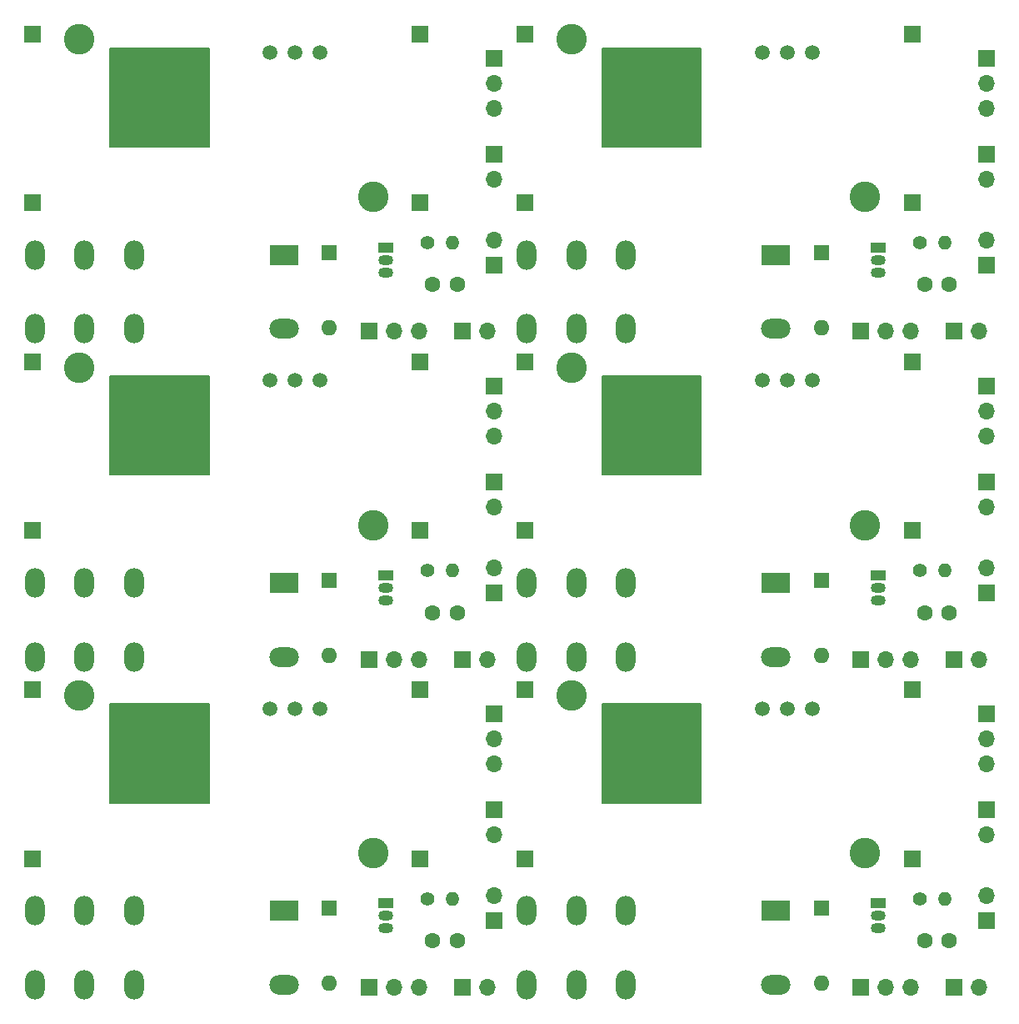
<source format=gbr>
%TF.GenerationSoftware,KiCad,Pcbnew,(6.0.1)*%
%TF.CreationDate,2022-02-17T17:48:38+01:00*%
%TF.ProjectId,365modPanel,3336356d-6f64-4506-916e-656c2e6b6963,rev?*%
%TF.SameCoordinates,Original*%
%TF.FileFunction,Soldermask,Top*%
%TF.FilePolarity,Negative*%
%FSLAX46Y46*%
G04 Gerber Fmt 4.6, Leading zero omitted, Abs format (unit mm)*
G04 Created by KiCad (PCBNEW (6.0.1)) date 2022-02-17 17:48:38*
%MOMM*%
%LPD*%
G01*
G04 APERTURE LIST*
%ADD10C,0.200000*%
%ADD11O,2.000000X3.000000*%
%ADD12R,3.000000X2.000000*%
%ADD13O,3.000000X2.000000*%
%ADD14R,1.700000X1.700000*%
%ADD15O,1.700000X1.700000*%
%ADD16R,1.600000X1.600000*%
%ADD17O,1.600000X1.600000*%
%ADD18C,1.500000*%
%ADD19C,3.100000*%
%ADD20C,1.400000*%
%ADD21O,1.400000X1.400000*%
%ADD22C,1.600000*%
%ADD23R,1.500000X1.050000*%
%ADD24O,1.500000X1.050000*%
G04 APERTURE END LIST*
D10*
X79000000Y-58000000D02*
X89000000Y-58000000D01*
X89000000Y-58000000D02*
X89000000Y-68000000D01*
X89000000Y-68000000D02*
X79000000Y-68000000D01*
X79000000Y-68000000D02*
X79000000Y-58000000D01*
G36*
X79000000Y-58000000D02*
G01*
X89000000Y-58000000D01*
X89000000Y-68000000D01*
X79000000Y-68000000D01*
X79000000Y-58000000D01*
G37*
X79000000Y-91300000D02*
X89000000Y-91300000D01*
X89000000Y-91300000D02*
X89000000Y-101300000D01*
X89000000Y-101300000D02*
X79000000Y-101300000D01*
X79000000Y-101300000D02*
X79000000Y-91300000D01*
G36*
X79000000Y-91300000D02*
G01*
X89000000Y-91300000D01*
X89000000Y-101300000D01*
X79000000Y-101300000D01*
X79000000Y-91300000D01*
G37*
X129000000Y-91300000D02*
X139000000Y-91300000D01*
X139000000Y-91300000D02*
X139000000Y-101300000D01*
X139000000Y-101300000D02*
X129000000Y-101300000D01*
X129000000Y-101300000D02*
X129000000Y-91300000D01*
G36*
X129000000Y-91300000D02*
G01*
X139000000Y-91300000D01*
X139000000Y-101300000D01*
X129000000Y-101300000D01*
X129000000Y-91300000D01*
G37*
X129000000Y-124600000D02*
X139000000Y-124600000D01*
X139000000Y-124600000D02*
X139000000Y-134600000D01*
X139000000Y-134600000D02*
X129000000Y-134600000D01*
X129000000Y-134600000D02*
X129000000Y-124600000D01*
G36*
X129000000Y-124600000D02*
G01*
X139000000Y-124600000D01*
X139000000Y-134600000D01*
X129000000Y-134600000D01*
X129000000Y-124600000D01*
G37*
X129000000Y-58000000D02*
X139000000Y-58000000D01*
X139000000Y-58000000D02*
X139000000Y-68000000D01*
X139000000Y-68000000D02*
X129000000Y-68000000D01*
X129000000Y-68000000D02*
X129000000Y-58000000D01*
G36*
X129000000Y-58000000D02*
G01*
X139000000Y-58000000D01*
X139000000Y-68000000D01*
X129000000Y-68000000D01*
X129000000Y-58000000D01*
G37*
X79000000Y-124600000D02*
X89000000Y-124600000D01*
X89000000Y-124600000D02*
X89000000Y-134600000D01*
X89000000Y-134600000D02*
X79000000Y-134600000D01*
X79000000Y-134600000D02*
X79000000Y-124600000D01*
G36*
X79000000Y-124600000D02*
G01*
X89000000Y-124600000D01*
X89000000Y-134600000D01*
X79000000Y-134600000D01*
X79000000Y-124600000D01*
G37*
D11*
%TO.C,K1*%
X76350000Y-86500000D03*
X76350000Y-79000000D03*
X81390000Y-86500000D03*
X81390000Y-79000000D03*
X71310000Y-79000000D03*
X71310000Y-86500000D03*
D12*
X96650000Y-79000000D03*
D13*
X96650000Y-86500000D03*
%TD*%
D14*
%TO.C,J17*%
X164750000Y-120050000D03*
D15*
X167290000Y-120050000D03*
%TD*%
D14*
%TO.C,J7*%
X164750000Y-86750000D03*
D15*
X167290000Y-86750000D03*
%TD*%
D16*
%TO.C,D4*%
X151250000Y-112050000D03*
D17*
X151250000Y-119670000D03*
%TD*%
D14*
%TO.C,J22*%
X114750000Y-153350000D03*
D15*
X117290000Y-153350000D03*
%TD*%
D11*
%TO.C,K5*%
X76350000Y-145600000D03*
X76350000Y-153100000D03*
X81390000Y-145600000D03*
X81390000Y-153100000D03*
X71310000Y-153100000D03*
X71310000Y-145600000D03*
D12*
X96650000Y-145600000D03*
D13*
X96650000Y-153100000D03*
%TD*%
D14*
%TO.C,J4*%
X118000000Y-80000000D03*
D15*
X118000000Y-77460000D03*
%TD*%
D14*
%TO.C,J6*%
X155250000Y-86750000D03*
D15*
X157790000Y-86750000D03*
X160330000Y-86750000D03*
%TD*%
D14*
%TO.C,J15*%
X118000000Y-102050000D03*
D15*
X118000000Y-104590000D03*
%TD*%
D16*
%TO.C,D6*%
X151250000Y-145350000D03*
D17*
X151250000Y-152970000D03*
%TD*%
D18*
%TO.C,U1*%
X97770000Y-58455000D03*
X95230000Y-58455000D03*
D19*
X105710000Y-73125000D03*
D18*
X100310000Y-58455000D03*
D19*
X75845000Y-57115000D03*
D14*
X71100000Y-56550000D03*
X71100000Y-73695000D03*
X110470000Y-73695000D03*
X110470000Y-56550000D03*
%TD*%
%TO.C,J25*%
X118000000Y-135350000D03*
D15*
X118000000Y-137890000D03*
%TD*%
D18*
%TO.C,U4*%
X145230000Y-91755000D03*
X150310000Y-91755000D03*
D19*
X125845000Y-90415000D03*
D18*
X147770000Y-91755000D03*
D19*
X155710000Y-106425000D03*
D14*
X121100000Y-89850000D03*
X121100000Y-106995000D03*
X160470000Y-106995000D03*
X160470000Y-89850000D03*
%TD*%
%TO.C,J23*%
X118000000Y-125600000D03*
D15*
X118000000Y-128140000D03*
X118000000Y-130680000D03*
%TD*%
D20*
%TO.C,R6*%
X161250000Y-144350000D03*
D21*
X163790000Y-144350000D03*
%TD*%
D14*
%TO.C,J30*%
X168000000Y-135350000D03*
D15*
X168000000Y-137890000D03*
%TD*%
D22*
%TO.C,C3*%
X114250000Y-115300000D03*
X111750000Y-115300000D03*
%TD*%
D23*
%TO.C,Q3*%
X107000000Y-111530000D03*
D24*
X107000000Y-112800000D03*
X107000000Y-114070000D03*
%TD*%
D14*
%TO.C,J13*%
X118000000Y-92300000D03*
D15*
X118000000Y-94840000D03*
X118000000Y-97380000D03*
%TD*%
D14*
%TO.C,J14*%
X118000000Y-113300000D03*
D15*
X118000000Y-110760000D03*
%TD*%
D14*
%TO.C,J20*%
X168000000Y-102050000D03*
D15*
X168000000Y-104590000D03*
%TD*%
D14*
%TO.C,J5*%
X118000000Y-68750000D03*
D15*
X118000000Y-71290000D03*
%TD*%
D11*
%TO.C,K4*%
X126350000Y-112300000D03*
X126350000Y-119800000D03*
X131390000Y-119800000D03*
X131390000Y-112300000D03*
X121310000Y-112300000D03*
X121310000Y-119800000D03*
D12*
X146650000Y-112300000D03*
D13*
X146650000Y-119800000D03*
%TD*%
D14*
%TO.C,J26*%
X155250000Y-153350000D03*
D15*
X157790000Y-153350000D03*
X160330000Y-153350000D03*
%TD*%
D16*
%TO.C,D2*%
X151250000Y-78750000D03*
D17*
X151250000Y-86370000D03*
%TD*%
D23*
%TO.C,Q2*%
X157000000Y-78230000D03*
D24*
X157000000Y-79500000D03*
X157000000Y-80770000D03*
%TD*%
D16*
%TO.C,D3*%
X101250000Y-112050000D03*
D17*
X101250000Y-119670000D03*
%TD*%
D14*
%TO.C,J21*%
X105250000Y-153350000D03*
D15*
X107790000Y-153350000D03*
X110330000Y-153350000D03*
%TD*%
D16*
%TO.C,D1*%
X101250000Y-78750000D03*
D17*
X101250000Y-86370000D03*
%TD*%
D20*
%TO.C,R2*%
X161250000Y-77750000D03*
D21*
X163790000Y-77750000D03*
%TD*%
D14*
%TO.C,J11*%
X105250000Y-120050000D03*
D15*
X107790000Y-120050000D03*
X110330000Y-120050000D03*
%TD*%
D14*
%TO.C,J3*%
X118000000Y-59000000D03*
D15*
X118000000Y-61540000D03*
X118000000Y-64080000D03*
%TD*%
D11*
%TO.C,K3*%
X76350000Y-119800000D03*
X76350000Y-112300000D03*
X81390000Y-112300000D03*
X81390000Y-119800000D03*
X71310000Y-112300000D03*
X71310000Y-119800000D03*
D12*
X96650000Y-112300000D03*
D13*
X96650000Y-119800000D03*
%TD*%
D14*
%TO.C,J2*%
X114750000Y-86750000D03*
D15*
X117290000Y-86750000D03*
%TD*%
D20*
%TO.C,R1*%
X111250000Y-77750000D03*
D21*
X113790000Y-77750000D03*
%TD*%
D23*
%TO.C,Q5*%
X107000000Y-144830000D03*
D24*
X107000000Y-146100000D03*
X107000000Y-147370000D03*
%TD*%
D14*
%TO.C,J1*%
X105250000Y-86750000D03*
D15*
X107790000Y-86750000D03*
X110330000Y-86750000D03*
%TD*%
D14*
%TO.C,J8*%
X168000000Y-59000000D03*
D15*
X168000000Y-61540000D03*
X168000000Y-64080000D03*
%TD*%
D14*
%TO.C,J10*%
X168000000Y-68750000D03*
D15*
X168000000Y-71290000D03*
%TD*%
D14*
%TO.C,J9*%
X168000000Y-80000000D03*
D15*
X168000000Y-77460000D03*
%TD*%
D18*
%TO.C,U3*%
X97770000Y-91755000D03*
X95230000Y-91755000D03*
X100310000Y-91755000D03*
D19*
X105710000Y-106425000D03*
X75845000Y-90415000D03*
D14*
X71100000Y-89850000D03*
X71100000Y-106995000D03*
X110470000Y-106995000D03*
X110470000Y-89850000D03*
%TD*%
D22*
%TO.C,C5*%
X114250000Y-148600000D03*
X111750000Y-148600000D03*
%TD*%
D11*
%TO.C,K2*%
X126350000Y-79000000D03*
X126350000Y-86500000D03*
X131390000Y-79000000D03*
X131390000Y-86500000D03*
X121310000Y-86500000D03*
X121310000Y-79000000D03*
D12*
X146650000Y-79000000D03*
D13*
X146650000Y-86500000D03*
%TD*%
D18*
%TO.C,U2*%
X147770000Y-58455000D03*
X150310000Y-58455000D03*
X145230000Y-58455000D03*
D19*
X155710000Y-73125000D03*
X125845000Y-57115000D03*
D14*
X121100000Y-56550000D03*
X121100000Y-73695000D03*
X160470000Y-73695000D03*
X160470000Y-56550000D03*
%TD*%
D23*
%TO.C,Q1*%
X107000000Y-78230000D03*
D24*
X107000000Y-79500000D03*
X107000000Y-80770000D03*
%TD*%
D14*
%TO.C,J18*%
X168000000Y-92300000D03*
D15*
X168000000Y-94840000D03*
X168000000Y-97380000D03*
%TD*%
D23*
%TO.C,Q4*%
X157000000Y-111530000D03*
D24*
X157000000Y-112800000D03*
X157000000Y-114070000D03*
%TD*%
D22*
%TO.C,C6*%
X164250000Y-148600000D03*
X161750000Y-148600000D03*
%TD*%
D18*
%TO.C,U6*%
X145230000Y-125055000D03*
D19*
X155710000Y-139725000D03*
D18*
X150310000Y-125055000D03*
D19*
X125845000Y-123715000D03*
D18*
X147770000Y-125055000D03*
D14*
X121100000Y-123150000D03*
X121100000Y-140295000D03*
X160470000Y-140295000D03*
X160470000Y-123150000D03*
%TD*%
%TO.C,J19*%
X168000000Y-113300000D03*
D15*
X168000000Y-110760000D03*
%TD*%
D14*
%TO.C,J24*%
X118000000Y-146600000D03*
D15*
X118000000Y-144060000D03*
%TD*%
D14*
%TO.C,J27*%
X164750000Y-153350000D03*
D15*
X167290000Y-153350000D03*
%TD*%
D11*
%TO.C,K6*%
X126350000Y-145600000D03*
X126350000Y-153100000D03*
X131390000Y-145600000D03*
X131390000Y-153100000D03*
X121310000Y-145600000D03*
X121310000Y-153100000D03*
D12*
X146650000Y-145600000D03*
D13*
X146650000Y-153100000D03*
%TD*%
D14*
%TO.C,J29*%
X168000000Y-146600000D03*
D15*
X168000000Y-144060000D03*
%TD*%
D22*
%TO.C,C2*%
X164250000Y-82000000D03*
X161750000Y-82000000D03*
%TD*%
D20*
%TO.C,R4*%
X161250000Y-111050000D03*
D21*
X163790000Y-111050000D03*
%TD*%
D22*
%TO.C,C4*%
X164250000Y-115300000D03*
X161750000Y-115300000D03*
%TD*%
D16*
%TO.C,D5*%
X101250000Y-145350000D03*
D17*
X101250000Y-152970000D03*
%TD*%
D20*
%TO.C,R3*%
X111250000Y-111050000D03*
D21*
X113790000Y-111050000D03*
%TD*%
D14*
%TO.C,J28*%
X168000000Y-125600000D03*
D15*
X168000000Y-128140000D03*
X168000000Y-130680000D03*
%TD*%
D22*
%TO.C,C1*%
X114250000Y-82000000D03*
X111750000Y-82000000D03*
%TD*%
D14*
%TO.C,J16*%
X155250000Y-120050000D03*
D15*
X157790000Y-120050000D03*
X160330000Y-120050000D03*
%TD*%
D20*
%TO.C,R5*%
X111250000Y-144350000D03*
D21*
X113790000Y-144350000D03*
%TD*%
D23*
%TO.C,Q6*%
X157000000Y-144830000D03*
D24*
X157000000Y-146100000D03*
X157000000Y-147370000D03*
%TD*%
D19*
%TO.C,U5*%
X75845000Y-123715000D03*
D18*
X95230000Y-125055000D03*
X97770000Y-125055000D03*
D19*
X105710000Y-139725000D03*
D18*
X100310000Y-125055000D03*
D14*
X71100000Y-123150000D03*
X71100000Y-140295000D03*
X110470000Y-140295000D03*
X110470000Y-123150000D03*
%TD*%
%TO.C,J12*%
X114750000Y-120050000D03*
D15*
X117290000Y-120050000D03*
%TD*%
M02*

</source>
